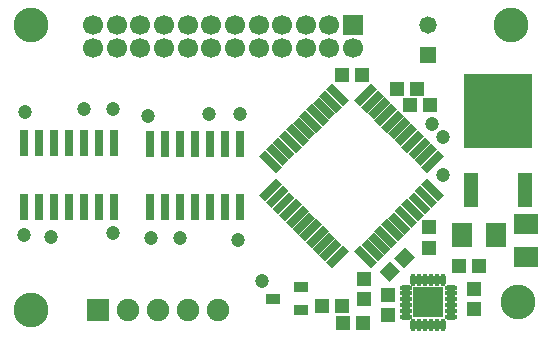
<source format=gbr>
G04 DipTrace 2.4.0.2*
%INTopMask.gbr*%
%MOIN*%
%ADD29R,0.0669X0.0669*%
%ADD30C,0.0669*%
%ADD33C,0.0472*%
%ADD43C,0.116*%
%ADD50R,0.0315X0.0866*%
%ADD52R,0.1043X0.1043*%
%ADD54O,0.0413X0.0197*%
%ADD56O,0.0197X0.0413*%
%ADD58R,0.2264X0.25*%
%ADD60R,0.0472X0.1161*%
%ADD64R,0.0492X0.0335*%
%ADD66C,0.0748*%
%ADD67R,0.0748X0.0748*%
%ADD70R,0.0579X0.0579*%
%ADD72C,0.0579*%
%ADD74R,0.0787X0.0709*%
%ADD76R,0.0709X0.0787*%
%ADD78R,0.0472X0.0512*%
%ADD80R,0.0512X0.0472*%
%FSLAX44Y44*%
G04*
G70*
G90*
G75*
G01*
%LNTopMask*%
%LPD*%
D80*
X15562Y13000D3*
X16231D3*
D78*
X18479Y7264D3*
Y7934D3*
X19962Y5225D3*
Y5894D3*
D80*
X15599Y4748D3*
X16268D3*
D78*
X17098Y5000D3*
Y5669D3*
X16306Y5556D3*
Y6225D3*
D76*
X20687Y7687D3*
X19585D3*
D74*
X21687Y6937D3*
Y8039D3*
D72*
X18437Y14687D3*
D70*
Y13687D3*
D29*
X15937Y14687D3*
D30*
X15150D3*
X14362D3*
X13575D3*
X12787D3*
X12000D3*
X11213D3*
X10425D3*
X9638D3*
X8850D3*
X8063D3*
X7276D3*
Y13900D3*
X8063D3*
X8850D3*
X9638D3*
X10425D3*
X11213D3*
X12000D3*
X12787D3*
X13575D3*
X14362D3*
X15150D3*
X15937D3*
D67*
X7437Y5187D3*
D66*
X8437D3*
X9437D3*
X10437D3*
X11437D3*
D64*
X14187D3*
Y5935D3*
X13281Y5561D3*
D80*
X18500Y12000D3*
X17830D3*
X17393Y12562D3*
X18062D3*
X15562Y5312D3*
X14893D3*
G36*
X17630Y6587D2*
X17296Y6921D1*
X17658Y7283D1*
X17992Y6949D1*
X17630Y6587D1*
G37*
G36*
X17157Y6114D2*
X16823Y6448D1*
X17185Y6810D1*
X17519Y6476D1*
X17157Y6114D1*
G37*
D80*
X19455Y6642D3*
X20125D3*
D33*
X18562Y11375D3*
X18937Y10937D3*
X12906Y6163D3*
X18937Y9687D3*
G36*
X13006Y8811D2*
X12811Y9006D1*
X13368Y9563D1*
X13563Y9368D1*
X13006Y8811D1*
G37*
G36*
X13229Y8588D2*
X13034Y8783D1*
X13591Y9340D1*
X13786Y9145D1*
X13229Y8588D1*
G37*
G36*
X13451Y8366D2*
X13257Y8561D1*
X13813Y9117D1*
X14008Y8923D1*
X13451Y8366D1*
G37*
G36*
X13674Y8143D2*
X13479Y8338D1*
X14036Y8895D1*
X14231Y8700D1*
X13674Y8143D1*
G37*
G36*
X13897Y7920D2*
X13702Y8115D1*
X14259Y8672D1*
X14454Y8477D1*
X13897Y7920D1*
G37*
G36*
X14120Y7698D2*
X13925Y7892D1*
X14482Y8449D1*
X14676Y8254D1*
X14120Y7698D1*
G37*
G36*
X14342Y7475D2*
X14147Y7670D1*
X14704Y8227D1*
X14899Y8032D1*
X14342Y7475D1*
G37*
G36*
X14565Y7252D2*
X14370Y7447D1*
X14927Y8004D1*
X15122Y7809D1*
X14565Y7252D1*
G37*
G36*
X14788Y7029D2*
X14593Y7224D1*
X15150Y7781D1*
X15345Y7586D1*
X14788Y7029D1*
G37*
G36*
X15010Y6807D2*
X14816Y7002D1*
X15372Y7558D1*
X15567Y7364D1*
X15010Y6807D1*
G37*
G36*
X15233Y6584D2*
X15038Y6779D1*
X15595Y7336D1*
X15790Y7141D1*
X15233Y6584D1*
G37*
G36*
X15985Y7141D2*
X16180Y7336D1*
X16736Y6779D1*
X16542Y6584D1*
X15985Y7141D1*
G37*
G36*
X16208Y7364D2*
X16402Y7558D1*
X16959Y7002D1*
X16764Y6807D1*
X16208Y7364D1*
G37*
G36*
X16430Y7586D2*
X16625Y7781D1*
X17182Y7224D1*
X16987Y7029D1*
X16430Y7586D1*
G37*
G36*
X16653Y7809D2*
X16848Y8004D1*
X17405Y7447D1*
X17210Y7252D1*
X16653Y7809D1*
G37*
G36*
X16876Y8032D2*
X17071Y8227D1*
X17627Y7670D1*
X17432Y7475D1*
X16876Y8032D1*
G37*
G36*
X17098Y8254D2*
X17293Y8449D1*
X17850Y7892D1*
X17655Y7698D1*
X17098Y8254D1*
G37*
G36*
X17321Y8477D2*
X17516Y8672D1*
X18073Y8115D1*
X17878Y7920D1*
X17321Y8477D1*
G37*
G36*
X17544Y8700D2*
X17739Y8895D1*
X18295Y8338D1*
X18101Y8143D1*
X17544Y8700D1*
G37*
G36*
X17767Y8923D2*
X17961Y9117D1*
X18518Y8561D1*
X18323Y8366D1*
X17767Y8923D1*
G37*
G36*
X17989Y9145D2*
X18184Y9340D1*
X18741Y8783D1*
X18546Y8588D1*
X17989Y9145D1*
G37*
G36*
X18212Y9368D2*
X18407Y9563D1*
X18964Y9006D1*
X18769Y8811D1*
X18212Y9368D1*
G37*
G36*
X18407Y9758D2*
X18212Y9953D1*
X18769Y10509D1*
X18964Y10314D1*
X18407Y9758D1*
G37*
G36*
X18184Y9980D2*
X17989Y10175D1*
X18546Y10732D1*
X18741Y10537D1*
X18184Y9980D1*
G37*
G36*
X17961Y10203D2*
X17767Y10398D1*
X18323Y10955D1*
X18518Y10760D1*
X17961Y10203D1*
G37*
G36*
X17739Y10426D2*
X17544Y10621D1*
X18101Y11177D1*
X18295Y10983D1*
X17739Y10426D1*
G37*
G36*
X17516Y10649D2*
X17321Y10843D1*
X17878Y11400D1*
X18073Y11205D1*
X17516Y10649D1*
G37*
G36*
X17293Y10871D2*
X17098Y11066D1*
X17655Y11623D1*
X17850Y11428D1*
X17293Y10871D1*
G37*
G36*
X17071Y11094D2*
X16876Y11289D1*
X17432Y11846D1*
X17627Y11651D1*
X17071Y11094D1*
G37*
G36*
X16848Y11317D2*
X16653Y11512D1*
X17210Y12068D1*
X17405Y11873D1*
X16848Y11317D1*
G37*
G36*
X16625Y11539D2*
X16430Y11734D1*
X16987Y12291D1*
X17182Y12096D1*
X16625Y11539D1*
G37*
G36*
X16402Y11762D2*
X16208Y11957D1*
X16764Y12514D1*
X16959Y12319D1*
X16402Y11762D1*
G37*
G36*
X16180Y11985D2*
X15985Y12180D1*
X16542Y12736D1*
X16736Y12542D1*
X16180Y11985D1*
G37*
G36*
X15038Y12542D2*
X15233Y12736D1*
X15790Y12180D1*
X15595Y11985D1*
X15038Y12542D1*
G37*
G36*
X14816Y12319D2*
X15010Y12514D1*
X15567Y11957D1*
X15372Y11762D1*
X14816Y12319D1*
G37*
G36*
X14593Y12096D2*
X14788Y12291D1*
X15345Y11734D1*
X15150Y11539D1*
X14593Y12096D1*
G37*
G36*
X14370Y11873D2*
X14565Y12068D1*
X15122Y11512D1*
X14927Y11317D1*
X14370Y11873D1*
G37*
G36*
X14147Y11651D2*
X14342Y11846D1*
X14899Y11289D1*
X14704Y11094D1*
X14147Y11651D1*
G37*
G36*
X13925Y11428D2*
X14120Y11623D1*
X14676Y11066D1*
X14482Y10871D1*
X13925Y11428D1*
G37*
G36*
X13702Y11205D2*
X13897Y11400D1*
X14454Y10843D1*
X14259Y10649D1*
X13702Y11205D1*
G37*
G36*
X13479Y10983D2*
X13674Y11177D1*
X14231Y10621D1*
X14036Y10426D1*
X13479Y10983D1*
G37*
G36*
X13257Y10760D2*
X13451Y10955D1*
X14008Y10398D1*
X13813Y10203D1*
X13257Y10760D1*
G37*
G36*
X13034Y10537D2*
X13229Y10732D1*
X13786Y10175D1*
X13591Y9980D1*
X13034Y10537D1*
G37*
G36*
X12811Y10314D2*
X13006Y10509D1*
X13563Y9953D1*
X13368Y9758D1*
X12811Y10314D1*
G37*
D60*
X19886Y9181D3*
X21681D3*
D58*
X20783Y11819D3*
D56*
X18937Y6187D3*
X18740D3*
X18543D3*
X18346D3*
X18150D3*
X17953D3*
D54*
X17697Y5931D3*
Y5734D3*
Y5537D3*
Y5341D3*
Y5144D3*
Y4947D3*
D56*
X17953Y4691D3*
X18150D3*
X18346D3*
X18543D3*
X18740D3*
X18937D3*
D54*
X19193Y4947D3*
Y5144D3*
Y5341D3*
Y5537D3*
Y5734D3*
Y5931D3*
D52*
X18445Y5439D3*
D50*
X7984Y10748D3*
X7484D3*
X6984D3*
X6484D3*
X5984D3*
X5484D3*
X4984D3*
Y8622D3*
X5484D3*
X5984D3*
X6484D3*
X6984D3*
X7484D3*
X7984D3*
X12176Y10726D3*
X11676D3*
X11176D3*
X10676D3*
X10176D3*
X9676D3*
X9176D3*
Y8600D3*
X9676D3*
X10176D3*
X10676D3*
X11176D3*
X11676D3*
X12176D3*
D33*
X4987Y11794D3*
X7928Y7745D3*
X9119Y11635D3*
X12105Y7502D3*
X10184Y7584D3*
X11151Y11709D3*
X5868Y7616D3*
X6973Y11878D3*
X7927Y11868D3*
X4982Y7675D3*
X12176Y11707D3*
X9205Y7593D3*
D43*
X5187Y14687D3*
X21187D3*
X21437Y5437D3*
X5187Y5187D3*
M02*

</source>
